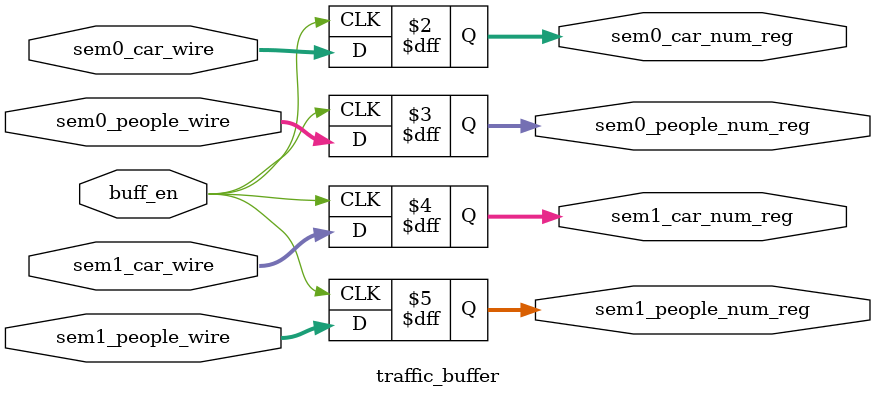
<source format=v>
`timescale 1ns / 1ps

module traffic_buffer(
    input wire buff_en,

    input wire[4:0] sem0_car_wire, 
    input wire[4:0] sem0_people_wire, 
    input wire[4:0] sem1_car_wire, 
    input wire[4:0] sem1_people_wire,

    output reg[4:0] sem0_car_num_reg,
    output reg[4:0] sem0_people_num_reg,
    output reg[4:0] sem1_car_num_reg,
    output reg[4:0] sem1_people_num_reg
    );

    always @(posedge buff_en) begin
        sem0_car_num_reg <= sem0_car_wire;
        sem0_people_num_reg <= sem0_people_wire;
        sem1_car_num_reg <= sem1_car_wire;
        sem1_people_num_reg <= sem1_people_wire;
    end
endmodule //traffic_buffer


</source>
